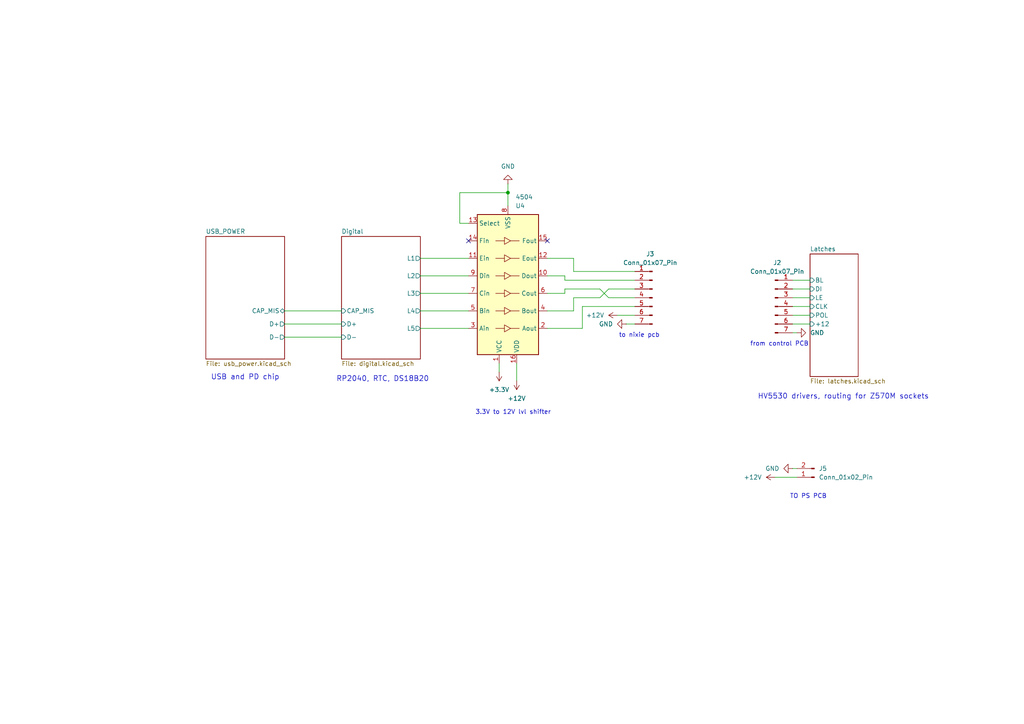
<source format=kicad_sch>
(kicad_sch (version 20250114) (generator "eeschema") (generator_version "9.0")
  (paper "A4")
  (title_block (title "6 digit nixie clock") (date "2025-04-11") (rev "0.1") (company "Tomas Kouba"))
  (lib_symbols
    (symbol "4xxx:4504"
      (property "Reference" "U" (at -7.62 21.59 0))
      (property "Value" "4504" (at 6.35 21.59 0))
      (symbol "4504_0_1"
        (polyline (pts (xy -3.556 12.7) (xy -1.016 12.7)))
        (polyline (pts (xy -3.556 7.62) (xy -1.016 7.62)))
        (polyline (pts (xy -3.556 2.54) (xy -1.016 2.54)))
        (polyline (pts (xy -3.556 -2.54) (xy -1.016 -2.54)))
        (polyline (pts (xy -3.556 -7.62) (xy -1.016 -7.62)))
        (polyline (pts (xy -3.556 -12.7) (xy -1.016 -12.7)))
        (polyline (pts (xy 0.762 12.7) (xy 3.302 12.7)))
        (polyline (pts (xy 0.762 7.62) (xy 3.302 7.62)))
        (polyline (pts (xy 0.762 2.54) (xy 3.302 2.54)))
        (polyline (pts (xy 0.762 -2.54) (xy 3.302 -2.54)))
        (polyline (pts (xy 0.762 -7.62) (xy 3.302 -7.62)))
        (polyline (pts (xy 0.762 -12.7) (xy 3.302 -12.7)))
      )
      (symbol "4504_1_1"
        (rectangle (start -8.89 20.32) (end 8.89 -20.32) (stroke (width 0.254)) (fill (type background)))
        (polyline (pts (xy 0.762 12.7) (xy -1.016 11.684) (xy -1.016 13.716) (xy 0.762 12.7)))
        (polyline (pts (xy 0.762 7.62) (xy -1.016 6.604) (xy -1.016 8.636) (xy 0.762 7.62)))
        (polyline (pts (xy 0.762 2.54) (xy -1.016 1.524) (xy -1.016 3.556) (xy 0.762 2.54)))
        (polyline (pts (xy 0.762 -2.54) (xy -1.016 -3.556) (xy -1.016 -1.524) (xy 0.762 -2.54)))
        (polyline (pts (xy 0.762 -7.62) (xy -1.016 -8.636) (xy -1.016 -6.604) (xy 0.762 -7.62)))
        (polyline (pts (xy 0.762 -12.7) (xy -1.016 -13.716) (xy -1.016 -11.684) (xy 0.762 -12.7)))
        (pin input line (at -11.43 12.7 0) (length 2.54) (name "Ain") (number "3"))
        (pin input line (at -11.43 7.62 0) (length 2.54) (name "Bin") (number "5"))
        (pin input line (at -11.43 2.54 0) (length 2.54) (name "Cin") (number "7"))
        (pin input line (at -11.43 -2.54 0) (length 2.54) (name "Din") (number "9"))
        (pin input line (at -11.43 -7.62 0) (length 2.54) (name "Ein") (number "11"))
        (pin input line (at -11.43 -12.7 0) (length 2.54) (name "Fin") (number "14"))
        (pin input line (at -11.43 -17.78 0) (length 2.54) (name "Select") (number "13"))
        (pin power_in line (at -2.54 22.86 270) (length 2.54) (name "VCC") (number "1"))
        (pin power_in line (at 0 -22.86 90) (length 2.54) (name "VSS") (number "8"))
        (pin power_in line (at 2.54 22.86 270) (length 2.54) (name "VDD") (number "16"))
        (pin output line (at 11.43 12.7 180) (length 2.54) (name "Aout") (number "2"))
        (pin output line (at 11.43 7.62 180) (length 2.54) (name "Bout") (number "4"))
        (pin output line (at 11.43 2.54 180) (length 2.54) (name "Cout") (number "6"))
        (pin output line (at 11.43 -2.54 180) (length 2.54) (name "Dout") (number "10"))
        (pin output line (at 11.43 -7.62 180) (length 2.54) (name "Eout") (number "12"))
        (pin output line (at 11.43 -12.7 180) (length 2.54) (name "Fout") (number "15"))
      )
    )
    (symbol "Connector:Conn_01x02_Pin" (pin_names (offset 1.016) (hide yes))
      (property "Reference" "J" (at 0 2.54 0))
      (property "Value" "Conn_01x02_Pin" (at 0 -5.08 0))
      (symbol "Conn_01x02_Pin_1_1"
        (rectangle (start 0.8636 0.127) (end 0 -0.127) (stroke (width 0.1524)) (fill (type outline)))
        (rectangle (start 0.8636 -2.413) (end 0 -2.667) (stroke (width 0.1524)) (fill (type outline)))
        (polyline (pts (xy 1.27 0) (xy 0.8636 0)) (stroke (width 0.1524)))
        (polyline (pts (xy 1.27 -2.54) (xy 0.8636 -2.54)) (stroke (width 0.1524)))
        (pin passive line (at 5.08 0 180) (length 3.81) (name "Pin_1") (number "1"))
        (pin passive line (at 5.08 -2.54 180) (length 3.81) (name "Pin_2") (number "2"))
      )
    )
    (symbol "Connector:Conn_01x07_Pin" (pin_names (offset 1.016) (hide yes))
      (property "Reference" "J" (at 0 10.16 0))
      (property "Value" "Conn_01x07_Pin" (at 0 -10.16 0))
      (symbol "Conn_01x07_Pin_1_1"
        (rectangle (start 0.8636 7.747) (end 0 7.493) (stroke (width 0.1524)) (fill (type outline)))
        (rectangle (start 0.8636 5.207) (end 0 4.953) (stroke (width 0.1524)) (fill (type outline)))
        (rectangle (start 0.8636 2.667) (end 0 2.413) (stroke (width 0.1524)) (fill (type outline)))
        (rectangle (start 0.8636 0.127) (end 0 -0.127) (stroke (width 0.1524)) (fill (type outline)))
        (rectangle (start 0.8636 -2.413) (end 0 -2.667) (stroke (width 0.1524)) (fill (type outline)))
        (rectangle (start 0.8636 -4.953) (end 0 -5.207) (stroke (width 0.1524)) (fill (type outline)))
        (rectangle (start 0.8636 -7.493) (end 0 -7.747) (stroke (width 0.1524)) (fill (type outline)))
        (polyline (pts (xy 1.27 7.62) (xy 0.8636 7.62)) (stroke (width 0.1524)))
        (polyline (pts (xy 1.27 5.08) (xy 0.8636 5.08)) (stroke (width 0.1524)))
        (polyline (pts (xy 1.27 2.54) (xy 0.8636 2.54)) (stroke (width 0.1524)))
        (polyline (pts (xy 1.27 0) (xy 0.8636 0)) (stroke (width 0.1524)))
        (polyline (pts (xy 1.27 -2.54) (xy 0.8636 -2.54)) (stroke (width 0.1524)))
        (polyline (pts (xy 1.27 -5.08) (xy 0.8636 -5.08)) (stroke (width 0.1524)))
        (polyline (pts (xy 1.27 -7.62) (xy 0.8636 -7.62)) (stroke (width 0.1524)))
        (pin passive line (at 5.08 7.62 180) (length 3.81) (name "Pin_1") (number "1"))
        (pin passive line (at 5.08 5.08 180) (length 3.81) (name "Pin_2") (number "2"))
        (pin passive line (at 5.08 2.54 180) (length 3.81) (name "Pin_3") (number "3"))
        (pin passive line (at 5.08 0 180) (length 3.81) (name "Pin_4") (number "4"))
        (pin passive line (at 5.08 -2.54 180) (length 3.81) (name "Pin_5") (number "5"))
        (pin passive line (at 5.08 -5.08 180) (length 3.81) (name "Pin_6") (number "6"))
        (pin passive line (at 5.08 -7.62 180) (length 3.81) (name "Pin_7") (number "7"))
      )
    )
    (symbol "power:+12V" (power) (pin_numbers (hide yes)) (pin_names (offset 0) (hide yes))
      (property "Value" "+12V" (at 0 3.556 0))
      (symbol "+12V_0_1"
        (polyline (pts (xy -0.762 1.27) (xy 0 2.54)))
        (polyline (pts (xy 0 2.54) (xy 0.762 1.27)))
        (polyline (pts (xy 0 0) (xy 0 2.54)))
      )
      (symbol "+12V_1_1"
        (pin power_in line (at 0 0 90) (length 0) (name "~") (number "1"))
      )
    )
    (symbol "power:+3.3V" (power) (pin_numbers (hide yes)) (pin_names (offset 0) (hide yes))
      (property "Value" "+3.3V" (at 0 3.556 0))
      (symbol "+3.3V_0_1"
        (polyline (pts (xy -0.762 1.27) (xy 0 2.54)))
        (polyline (pts (xy 0 2.54) (xy 0.762 1.27)))
        (polyline (pts (xy 0 0) (xy 0 2.54)))
      )
      (symbol "+3.3V_1_1"
        (pin power_in line (at 0 0 90) (length 0) (name "~") (number "1"))
      )
    )
    (symbol "power:GND" (power) (pin_numbers (hide yes)) (pin_names (offset 0) (hide yes))
      (property "Value" "GND" (at 0 -3.81 0))
      (symbol "GND_0_1"
        (polyline (pts (xy 0 0) (xy 0 -1.27) (xy 1.27 -1.27) (xy 0 -2.54) (xy -1.27 -1.27) (xy 0 -1.27)))
      )
      (symbol "GND_1_1"
        (pin power_in line (at 0 0 270) (length 0) (name "~") (number "1"))
      )
    )
  )
  (text "to nixie pcb" (at 185.42 97.282 0) (effects (font (size 1.27 1.27))))
  (text "USB and PD chip" (at 71.12 109.474 0) (effects (font (size 1.5 1.5))))
  (text "TO PS PCB" (at 234.442 144.018 0) (effects (font (size 1.27 1.27))))
  (text "RP2040, RTC, DS18B20" (at 110.998 109.982 0) (effects (font (size 1.5 1.5))))
  (text "from control PCB" (at 226.06 99.822 0) (effects (font (size 1.27 1.27))))
  (text "HV5530 drivers, routing for Z570M sockets" (at 244.602 115.062 0) (effects (font (size 1.5 1.5))))
  (text "3.3V to 12V lvl shifter" (at 148.844 119.634 0) (effects (font (size 1.27 1.27))))
  (junction (at 147.32 55.88))
  (no_connect (at 158.75 69.85))
  (no_connect (at 135.89 69.85))
  (wire (pts (xy 147.32 55.88) (xy 147.32 59.69)))
  (wire (pts (xy 163.83 81.28) (xy 184.15 81.28)))
  (wire (pts (xy 229.87 81.28) (xy 234.95 81.28)))
  (wire (pts (xy 144.78 107.95) (xy 144.78 105.41)))
  (wire (pts (xy 229.87 88.9) (xy 234.95 88.9)))
  (wire (pts (xy 121.92 74.93) (xy 135.89 74.93)))
  (wire (pts (xy 229.87 135.89) (xy 231.14 135.89)))
  (wire (pts (xy 229.87 86.36) (xy 234.95 86.36)))
  (wire (pts (xy 166.37 90.17) (xy 166.37 86.36)))
  (wire (pts (xy 158.75 95.25) (xy 168.91 95.25)))
  (wire (pts (xy 229.87 91.44) (xy 234.95 91.44)))
  (wire (pts (xy 121.92 80.01) (xy 135.89 80.01)))
  (wire (pts (xy 82.55 97.79) (xy 99.06 97.79)))
  (wire (pts (xy 121.92 95.25) (xy 135.89 95.25)))
  (wire (pts (xy 158.75 80.01) (xy 163.83 80.01)))
  (wire (pts (xy 163.83 85.09) (xy 163.83 83.82)))
  (wire (pts (xy 158.75 90.17) (xy 166.37 90.17)))
  (wire (pts (xy 166.37 74.93) (xy 166.37 78.74)))
  (wire (pts (xy 166.37 78.74) (xy 184.15 78.74)))
  (wire (pts (xy 158.75 85.09) (xy 163.83 85.09)))
  (wire (pts (xy 163.83 83.82) (xy 173.99 83.82)))
  (wire (pts (xy 133.35 64.77) (xy 133.35 55.88)))
  (wire (pts (xy 149.86 110.49) (xy 149.86 105.41)))
  (wire (pts (xy 121.92 85.09) (xy 135.89 85.09)))
  (wire (pts (xy 147.32 53.34) (xy 147.32 55.88)))
  (wire (pts (xy 176.53 86.36) (xy 184.15 86.36)))
  (wire (pts (xy 176.53 86.36) (xy 173.99 83.82)))
  (wire (pts (xy 158.75 74.93) (xy 166.37 74.93)))
  (wire (pts (xy 168.91 88.9) (xy 184.15 88.9)))
  (wire (pts (xy 224.79 138.43) (xy 231.14 138.43)))
  (wire (pts (xy 166.37 86.36) (xy 173.99 86.36)))
  (wire (pts (xy 82.55 93.98) (xy 99.06 93.98)))
  (wire (pts (xy 181.61 93.98) (xy 184.15 93.98)))
  (wire (pts (xy 133.35 55.88) (xy 147.32 55.88)))
  (wire (pts (xy 121.92 90.17) (xy 135.89 90.17)))
  (wire (pts (xy 179.07 91.44) (xy 184.15 91.44)))
  (wire (pts (xy 229.87 93.98) (xy 234.95 93.98)))
  (wire (pts (xy 229.87 83.82) (xy 234.95 83.82)))
  (wire (pts (xy 82.55 90.17) (xy 99.06 90.17)))
  (wire (pts (xy 168.91 95.25) (xy 168.91 88.9)))
  (wire (pts (xy 231.14 96.52) (xy 229.87 96.52)))
  (wire (pts (xy 176.53 83.82) (xy 184.15 83.82)))
  (wire (pts (xy 135.89 64.77) (xy 133.35 64.77)))
  (wire (pts (xy 173.99 86.36) (xy 176.53 83.82)))
  (wire (pts (xy 163.83 80.01) (xy 163.83 81.28)))
  (symbol (lib_id "power:+12V") (at 149.86 110.49 0) (mirror x) (unit 1)
    (property "Reference" "#PWR018" (effects (hide yes)))
    (property "Value" "+12V" (at 149.86 115.57 0))
    (property "Description" "Power symbol creates a global label with name \"+12V\"" (effects (hide yes)))
  )
  (symbol (lib_id "4xxx:4504") (at 147.32 82.55 0) (mirror x) (unit 1)
    (property "Reference" "U4" (at 149.5141 59.69 0) (effects (justify left)))
    (property "Value" "4504" (at 149.5141 57.15 0) (effects (justify left)))
    (property "Footprint" "tomas_lib:Texas_PDSO_G16" (effects (hide yes)))
    (property "Datasheet" "http://www.ti.com/lit/ds/symlink/cd4504b.pdf" (effects (hide yes)))
    (property "Description" "CMOS Hex Voltage-Level Shifter for TTL-to-CMOS or CMOS-to-CMOS, DIP-16/SOIC-16/TSSOP-16" (effects (hide yes)))
  )
  (symbol (lib_id "Connector:Conn_01x07_Pin") (at 224.79 88.9 0) (unit 1)
    (property "Reference" "J2" (at 225.425 76.2 0))
    (property "Value" "Conn_01x07_Pin" (at 225.425 78.74 0))
    (property "Footprint" "Connector_PinHeader_2.54mm:PinHeader_1x07_P2.54mm_Vertical" (effects (hide yes)))
    (property "Description" "Generic connector, single row, 01x07, script generated" (effects (hide yes)))
  )
  (symbol (lib_id "power:GND") (at 229.87 135.89 270) (unit 1)
    (property "Reference" "#PWR015" (effects (hide yes)))
    (property "Value" "GND" (at 226.06 135.8899 90) (effects (justify right)))
    (property "Description" "Power symbol creates a global label with name \"GND\" , ground" (effects (hide yes)))
  )
  (symbol (lib_id "power:GND") (at 231.14 96.52 90) (unit 1)
    (property "Reference" "#PWR010" (effects (hide yes)))
    (property "Value" "GND" (at 234.95 96.5199 90) (effects (justify right)))
    (property "Description" "Power symbol creates a global label with name \"GND\" , ground" (effects (hide yes)))
  )
  (symbol (lib_id "power:+3.3V") (at 144.78 107.95 0) (mirror x) (unit 1)
    (property "Reference" "#PWR016" (effects (hide yes)))
    (property "Value" "+3.3V" (at 144.78 113.03 0))
    (property "Description" "Power symbol creates a global label with name \"+3.3V\"" (effects (hide yes)))
  )
  (symbol (lib_id "power:GND") (at 147.32 53.34 0) (mirror x) (unit 1)
    (property "Reference" "#PWR017" (effects (hide yes)))
    (property "Value" "GND" (at 147.32 48.26 0))
    (property "Description" "Power symbol creates a global label with name \"GND\" , ground" (effects (hide yes)))
  )
  (symbol (lib_id "Connector:Conn_01x07_Pin") (at 189.23 86.36 0) (mirror y) (unit 1)
    (property "Reference" "J3" (at 188.595 73.66 0))
    (property "Value" "Conn_01x07_Pin" (at 188.595 76.2 0))
    (property "Footprint" "Connector_PinHeader_2.54mm:PinHeader_1x07_P2.54mm_Vertical" (effects (hide yes)))
    (property "Description" "Generic connector, single row, 01x07, script generated" (effects (hide yes)))
  )
  (symbol (lib_id "power:GND") (at 181.61 93.98 270) (unit 1)
    (property "Reference" "#PWR011" (effects (hide yes)))
    (property "Value" "GND" (at 177.8 93.9799 90) (effects (justify right)))
    (property "Description" "Power symbol creates a global label with name \"GND\" , ground" (effects (hide yes)))
  )
  (symbol (lib_id "power:+12V") (at 179.07 91.44 90) (mirror x) (unit 1)
    (property "Reference" "#PWR026" (effects (hide yes)))
    (property "Value" "+12V" (at 175.26 91.4399 90) (effects (justify left)))
    (property "Description" "Power symbol creates a global label with name \"+12V\"" (effects (hide yes)))
  )
  (symbol (lib_id "power:+12V") (at 224.79 138.43 90) (unit 1)
    (property "Reference" "#PWR029" (effects (hide yes)))
    (property "Value" "+12V" (at 220.98 138.4299 90) (effects (justify left)))
    (property "Description" "Power symbol creates a global label with name \"+12V\"" (effects (hide yes)))
  )
  (symbol (lib_id "Connector:Conn_01x02_Pin") (at 236.22 138.43 180) (unit 1)
    (property "Reference" "J5" (at 237.49 135.8899 0) (effects (justify right)))
    (property "Value" "Conn_01x02_Pin" (at 237.49 138.4299 0) (effects (justify right)))
    (property "Footprint" "Connector_PinHeader_2.54mm:PinHeader_1x02_P2.54mm_Vertical" (effects (hide yes)))
    (property "Description" "Generic connector, single row, 01x02, script generated" (effects (hide yes)))
  )
  (sheet (at 59.69 68.58) (size 22.86 35.56) (stroke (width 0.1524))
    (property "Sheetname" "USB_POWER" (at 59.69 67.8684 0) (effects (justify left bottom)))
    (property "Sheetfile" "usb_power.kicad_sch" (at 59.69 104.7246 0) (effects (justify left top)))
    (pin "CAP_MIS" bidirectional (at 82.55 90.17 0))
    (pin "D+" output (at 82.55 93.98 0))
    (pin "D-" output (at 82.55 97.79 0))
  )
  (sheet (at 234.95 73.66) (size 13.97 35.56) (stroke (width 0.1524))
    (property "Sheetname" "Latches" (at 234.95 72.9484 0) (effects (justify left bottom)))
    (property "Sheetfile" "latches.kicad_sch" (at 234.95 109.8046 0) (effects (justify left top)))
    (pin "POL" input (at 234.95 91.44 180))
    (pin "DI" input (at 234.95 83.82 180))
    (pin "LE" input (at 234.95 86.36 180))
    (pin "BL" input (at 234.95 81.28 180))
    (pin "CLK" input (at 234.95 88.9 180))
    (pin "+12" input (at 234.95 93.98 180))
  )
  (sheet (at 99.06 68.58) (size 22.86 35.56) (stroke (width 0.1524))
    (property "Sheetname" "Digital" (at 99.06 67.8684 0) (effects (justify left bottom)))
    (property "Sheetfile" "digital.kicad_sch" (at 99.06 104.7246 0) (effects (justify left top)))
    (pin "CAP_MIS" input (at 99.06 90.17 180))
    (pin "D+" input (at 99.06 93.98 180))
    (pin "D-" input (at 99.06 97.79 180))
    (pin "L1" output (at 121.92 74.93 0))
    (pin "L2" output (at 121.92 80.01 0))
    (pin "L3" output (at 121.92 85.09 0))
    (pin "L4" output (at 121.92 90.17 0))
    (pin "L5" output (at 121.92 95.25 0))
  )
)
</source>
